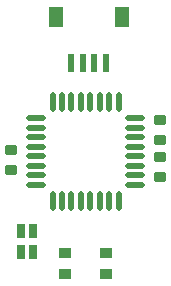
<source format=gbp>
G04 Layer_Color=128*
%FSLAX44Y44*%
%MOMM*%
G71*
G01*
G75*
%ADD10R,0.6350X1.2700*%
%ADD11R,1.0160X0.8636*%
G04:AMPARAMS|DCode=13|XSize=1mm|YSize=0.9mm|CornerRadius=0.1125mm|HoleSize=0mm|Usage=FLASHONLY|Rotation=0.000|XOffset=0mm|YOffset=0mm|HoleType=Round|Shape=RoundedRectangle|*
%AMROUNDEDRECTD13*
21,1,1.0000,0.6750,0,0,0.0*
21,1,0.7750,0.9000,0,0,0.0*
1,1,0.2250,0.3875,-0.3375*
1,1,0.2250,-0.3875,-0.3375*
1,1,0.2250,-0.3875,0.3375*
1,1,0.2250,0.3875,0.3375*
%
%ADD13ROUNDEDRECTD13*%
%ADD21R,0.6000X1.5500*%
%ADD22R,1.2000X1.8000*%
%ADD23O,0.5500X1.6500*%
%ADD24O,1.6500X0.5500*%
D10*
X-55079Y-85000D02*
D03*
X-44919D02*
D03*
X-55079Y-67000D02*
D03*
X-44919D02*
D03*
D11*
X-17526Y-103750D02*
D03*
X17500D02*
D03*
X-17526Y-86110D02*
D03*
X17500D02*
D03*
D13*
X63000Y26500D02*
D03*
Y9500D02*
D03*
X63000Y-21500D02*
D03*
Y-4500D02*
D03*
X-63000Y-15500D02*
D03*
Y1500D02*
D03*
D21*
X17500Y75000D02*
D03*
X7500D02*
D03*
X-2500D02*
D03*
X-12500D02*
D03*
D22*
X30500Y114000D02*
D03*
X-25500D02*
D03*
D23*
X28000Y42000D02*
D03*
X20000D02*
D03*
X12000D02*
D03*
X4000D02*
D03*
X-4000D02*
D03*
X-12000D02*
D03*
X-20000D02*
D03*
X-28000D02*
D03*
Y-42000D02*
D03*
X-20000D02*
D03*
X-12000D02*
D03*
X-4000D02*
D03*
X4000D02*
D03*
X12000D02*
D03*
X20000D02*
D03*
X28000D02*
D03*
D24*
X-42000Y28000D02*
D03*
Y20000D02*
D03*
Y12000D02*
D03*
Y4000D02*
D03*
Y-4000D02*
D03*
Y-12000D02*
D03*
Y-20000D02*
D03*
Y-28000D02*
D03*
X42000D02*
D03*
Y-20000D02*
D03*
Y-12000D02*
D03*
Y-4000D02*
D03*
Y4000D02*
D03*
Y12000D02*
D03*
Y20000D02*
D03*
Y28000D02*
D03*
M02*

</source>
